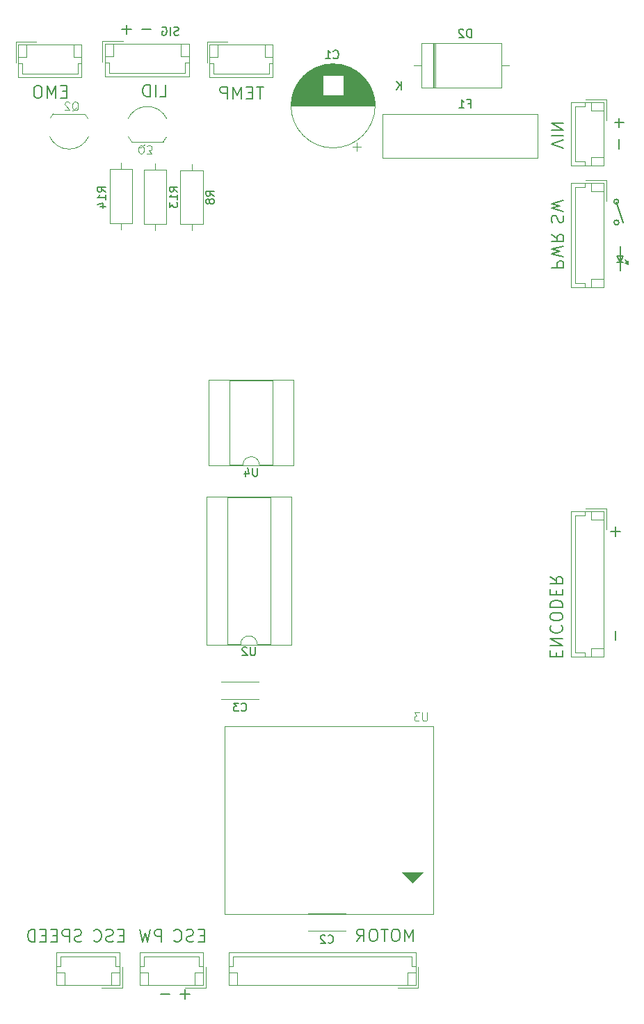
<source format=gbr>
%TF.GenerationSoftware,KiCad,Pcbnew,(7.0.0-0)*%
%TF.CreationDate,2023-07-19T10:46:03+09:00*%
%TF.ProjectId,Spct,53706374-2e6b-4696-9361-645f70636258,rev?*%
%TF.SameCoordinates,PX2540608PY1ee3f58*%
%TF.FileFunction,Legend,Bot*%
%TF.FilePolarity,Positive*%
%FSLAX46Y46*%
G04 Gerber Fmt 4.6, Leading zero omitted, Abs format (unit mm)*
G04 Created by KiCad (PCBNEW (7.0.0-0)) date 2023-07-19 10:46:03*
%MOMM*%
%LPD*%
G01*
G04 APERTURE LIST*
%ADD10C,0.150000*%
%ADD11C,0.200000*%
%ADD12C,0.100000*%
%ADD13C,0.120000*%
G04 APERTURE END LIST*
D10*
X85600000Y-29200000D02*
X86000000Y-30000000D01*
X87000000Y-30200000D02*
X87000000Y-29800000D01*
X86000000Y-28000000D02*
X86000000Y-31000000D01*
X87000000Y-30200000D02*
X86612693Y-30043709D01*
X85858521Y-25110608D02*
G75*
G03*
X85858521Y-25110608I-296839J0D01*
G01*
X85600000Y-30000000D02*
X86400000Y-30000000D01*
X86600000Y-29600000D02*
X87000000Y-30200000D01*
X86400000Y-29200000D02*
X85600000Y-29200000D01*
X85827941Y-22578411D02*
G75*
G03*
X85827941Y-22578411I-296839J0D01*
G01*
X85531102Y-22578411D02*
X86330896Y-25130948D01*
X86000000Y-30000000D02*
X86400000Y-29200000D01*
D11*
X32249523Y-2268761D02*
X32106666Y-2316380D01*
X32106666Y-2316380D02*
X31868571Y-2316380D01*
X31868571Y-2316380D02*
X31773333Y-2268761D01*
X31773333Y-2268761D02*
X31725714Y-2221142D01*
X31725714Y-2221142D02*
X31678095Y-2125904D01*
X31678095Y-2125904D02*
X31678095Y-2030666D01*
X31678095Y-2030666D02*
X31725714Y-1935428D01*
X31725714Y-1935428D02*
X31773333Y-1887809D01*
X31773333Y-1887809D02*
X31868571Y-1840190D01*
X31868571Y-1840190D02*
X32059047Y-1792571D01*
X32059047Y-1792571D02*
X32154285Y-1744952D01*
X32154285Y-1744952D02*
X32201904Y-1697333D01*
X32201904Y-1697333D02*
X32249523Y-1602095D01*
X32249523Y-1602095D02*
X32249523Y-1506857D01*
X32249523Y-1506857D02*
X32201904Y-1411619D01*
X32201904Y-1411619D02*
X32154285Y-1364000D01*
X32154285Y-1364000D02*
X32059047Y-1316380D01*
X32059047Y-1316380D02*
X31820952Y-1316380D01*
X31820952Y-1316380D02*
X31678095Y-1364000D01*
X31249523Y-2316380D02*
X31249523Y-1316380D01*
X30249524Y-1364000D02*
X30344762Y-1316380D01*
X30344762Y-1316380D02*
X30487619Y-1316380D01*
X30487619Y-1316380D02*
X30630476Y-1364000D01*
X30630476Y-1364000D02*
X30725714Y-1459238D01*
X30725714Y-1459238D02*
X30773333Y-1554476D01*
X30773333Y-1554476D02*
X30820952Y-1744952D01*
X30820952Y-1744952D02*
X30820952Y-1887809D01*
X30820952Y-1887809D02*
X30773333Y-2078285D01*
X30773333Y-2078285D02*
X30725714Y-2173523D01*
X30725714Y-2173523D02*
X30630476Y-2268761D01*
X30630476Y-2268761D02*
X30487619Y-2316380D01*
X30487619Y-2316380D02*
X30392381Y-2316380D01*
X30392381Y-2316380D02*
X30249524Y-2268761D01*
X30249524Y-2268761D02*
X30201905Y-2221142D01*
X30201905Y-2221142D02*
X30201905Y-1887809D01*
X30201905Y-1887809D02*
X30392381Y-1887809D01*
X60810257Y-112621371D02*
X60810257Y-111121371D01*
X60810257Y-111121371D02*
X60310257Y-112192800D01*
X60310257Y-112192800D02*
X59810257Y-111121371D01*
X59810257Y-111121371D02*
X59810257Y-112621371D01*
X58810256Y-111121371D02*
X58524542Y-111121371D01*
X58524542Y-111121371D02*
X58381685Y-111192800D01*
X58381685Y-111192800D02*
X58238828Y-111335657D01*
X58238828Y-111335657D02*
X58167399Y-111621371D01*
X58167399Y-111621371D02*
X58167399Y-112121371D01*
X58167399Y-112121371D02*
X58238828Y-112407085D01*
X58238828Y-112407085D02*
X58381685Y-112549942D01*
X58381685Y-112549942D02*
X58524542Y-112621371D01*
X58524542Y-112621371D02*
X58810256Y-112621371D01*
X58810256Y-112621371D02*
X58953114Y-112549942D01*
X58953114Y-112549942D02*
X59095971Y-112407085D01*
X59095971Y-112407085D02*
X59167399Y-112121371D01*
X59167399Y-112121371D02*
X59167399Y-111621371D01*
X59167399Y-111621371D02*
X59095971Y-111335657D01*
X59095971Y-111335657D02*
X58953114Y-111192800D01*
X58953114Y-111192800D02*
X58810256Y-111121371D01*
X57738827Y-111121371D02*
X56881685Y-111121371D01*
X57310256Y-112621371D02*
X57310256Y-111121371D01*
X56095970Y-111121371D02*
X55810256Y-111121371D01*
X55810256Y-111121371D02*
X55667399Y-111192800D01*
X55667399Y-111192800D02*
X55524542Y-111335657D01*
X55524542Y-111335657D02*
X55453113Y-111621371D01*
X55453113Y-111621371D02*
X55453113Y-112121371D01*
X55453113Y-112121371D02*
X55524542Y-112407085D01*
X55524542Y-112407085D02*
X55667399Y-112549942D01*
X55667399Y-112549942D02*
X55810256Y-112621371D01*
X55810256Y-112621371D02*
X56095970Y-112621371D01*
X56095970Y-112621371D02*
X56238828Y-112549942D01*
X56238828Y-112549942D02*
X56381685Y-112407085D01*
X56381685Y-112407085D02*
X56453113Y-112121371D01*
X56453113Y-112121371D02*
X56453113Y-111621371D01*
X56453113Y-111621371D02*
X56381685Y-111335657D01*
X56381685Y-111335657D02*
X56238828Y-111192800D01*
X56238828Y-111192800D02*
X56095970Y-111121371D01*
X53953113Y-112621371D02*
X54453113Y-111907085D01*
X54810256Y-112621371D02*
X54810256Y-111121371D01*
X54810256Y-111121371D02*
X54238827Y-111121371D01*
X54238827Y-111121371D02*
X54095970Y-111192800D01*
X54095970Y-111192800D02*
X54024541Y-111264228D01*
X54024541Y-111264228D02*
X53953113Y-111407085D01*
X53953113Y-111407085D02*
X53953113Y-111621371D01*
X53953113Y-111621371D02*
X54024541Y-111764228D01*
X54024541Y-111764228D02*
X54095970Y-111835657D01*
X54095970Y-111835657D02*
X54238827Y-111907085D01*
X54238827Y-111907085D02*
X54810256Y-111907085D01*
X30028542Y-119027257D02*
X31171400Y-119027257D01*
X85433257Y-75963857D02*
X85433257Y-74821000D01*
X35359457Y-111886457D02*
X34859457Y-111886457D01*
X34645171Y-112672171D02*
X35359457Y-112672171D01*
X35359457Y-112672171D02*
X35359457Y-111172171D01*
X35359457Y-111172171D02*
X34645171Y-111172171D01*
X34073742Y-112600742D02*
X33859457Y-112672171D01*
X33859457Y-112672171D02*
X33502314Y-112672171D01*
X33502314Y-112672171D02*
X33359457Y-112600742D01*
X33359457Y-112600742D02*
X33288028Y-112529314D01*
X33288028Y-112529314D02*
X33216599Y-112386457D01*
X33216599Y-112386457D02*
X33216599Y-112243600D01*
X33216599Y-112243600D02*
X33288028Y-112100742D01*
X33288028Y-112100742D02*
X33359457Y-112029314D01*
X33359457Y-112029314D02*
X33502314Y-111957885D01*
X33502314Y-111957885D02*
X33788028Y-111886457D01*
X33788028Y-111886457D02*
X33930885Y-111815028D01*
X33930885Y-111815028D02*
X34002314Y-111743600D01*
X34002314Y-111743600D02*
X34073742Y-111600742D01*
X34073742Y-111600742D02*
X34073742Y-111457885D01*
X34073742Y-111457885D02*
X34002314Y-111315028D01*
X34002314Y-111315028D02*
X33930885Y-111243600D01*
X33930885Y-111243600D02*
X33788028Y-111172171D01*
X33788028Y-111172171D02*
X33430885Y-111172171D01*
X33430885Y-111172171D02*
X33216599Y-111243600D01*
X31716600Y-112529314D02*
X31788028Y-112600742D01*
X31788028Y-112600742D02*
X32002314Y-112672171D01*
X32002314Y-112672171D02*
X32145171Y-112672171D01*
X32145171Y-112672171D02*
X32359457Y-112600742D01*
X32359457Y-112600742D02*
X32502314Y-112457885D01*
X32502314Y-112457885D02*
X32573743Y-112315028D01*
X32573743Y-112315028D02*
X32645171Y-112029314D01*
X32645171Y-112029314D02*
X32645171Y-111815028D01*
X32645171Y-111815028D02*
X32573743Y-111529314D01*
X32573743Y-111529314D02*
X32502314Y-111386457D01*
X32502314Y-111386457D02*
X32359457Y-111243600D01*
X32359457Y-111243600D02*
X32145171Y-111172171D01*
X32145171Y-111172171D02*
X32002314Y-111172171D01*
X32002314Y-111172171D02*
X31788028Y-111243600D01*
X31788028Y-111243600D02*
X31716600Y-111315028D01*
X30173743Y-112672171D02*
X30173743Y-111172171D01*
X30173743Y-111172171D02*
X29602314Y-111172171D01*
X29602314Y-111172171D02*
X29459457Y-111243600D01*
X29459457Y-111243600D02*
X29388028Y-111315028D01*
X29388028Y-111315028D02*
X29316600Y-111457885D01*
X29316600Y-111457885D02*
X29316600Y-111672171D01*
X29316600Y-111672171D02*
X29388028Y-111815028D01*
X29388028Y-111815028D02*
X29459457Y-111886457D01*
X29459457Y-111886457D02*
X29602314Y-111957885D01*
X29602314Y-111957885D02*
X30173743Y-111957885D01*
X28816600Y-111172171D02*
X28459457Y-112672171D01*
X28459457Y-112672171D02*
X28173743Y-111600742D01*
X28173743Y-111600742D02*
X27888028Y-112672171D01*
X27888028Y-112672171D02*
X27530886Y-111172171D01*
X85433257Y-63289257D02*
X85433257Y-62146400D01*
X84861828Y-62717828D02*
X86004685Y-62717828D01*
X28907857Y-1636142D02*
X27765000Y-1636142D01*
X85897857Y-16142857D02*
X85897857Y-15000000D01*
X29971571Y-9827571D02*
X30685857Y-9827571D01*
X30685857Y-9827571D02*
X30685857Y-8327571D01*
X29471571Y-9827571D02*
X29471571Y-8327571D01*
X28757285Y-9827571D02*
X28757285Y-8327571D01*
X28757285Y-8327571D02*
X28400142Y-8327571D01*
X28400142Y-8327571D02*
X28185856Y-8399000D01*
X28185856Y-8399000D02*
X28042999Y-8541857D01*
X28042999Y-8541857D02*
X27971570Y-8684714D01*
X27971570Y-8684714D02*
X27900142Y-8970428D01*
X27900142Y-8970428D02*
X27900142Y-9184714D01*
X27900142Y-9184714D02*
X27971570Y-9470428D01*
X27971570Y-9470428D02*
X28042999Y-9613285D01*
X28042999Y-9613285D02*
X28185856Y-9756142D01*
X28185856Y-9756142D02*
X28400142Y-9827571D01*
X28400142Y-9827571D02*
X28757285Y-9827571D01*
X18620857Y-9168857D02*
X18120857Y-9168857D01*
X17906571Y-9954571D02*
X18620857Y-9954571D01*
X18620857Y-9954571D02*
X18620857Y-8454571D01*
X18620857Y-8454571D02*
X17906571Y-8454571D01*
X17263714Y-9954571D02*
X17263714Y-8454571D01*
X17263714Y-8454571D02*
X16763714Y-9526000D01*
X16763714Y-9526000D02*
X16263714Y-8454571D01*
X16263714Y-8454571D02*
X16263714Y-9954571D01*
X15263713Y-8454571D02*
X14977999Y-8454571D01*
X14977999Y-8454571D02*
X14835142Y-8526000D01*
X14835142Y-8526000D02*
X14692285Y-8668857D01*
X14692285Y-8668857D02*
X14620856Y-8954571D01*
X14620856Y-8954571D02*
X14620856Y-9454571D01*
X14620856Y-9454571D02*
X14692285Y-9740285D01*
X14692285Y-9740285D02*
X14835142Y-9883142D01*
X14835142Y-9883142D02*
X14977999Y-9954571D01*
X14977999Y-9954571D02*
X15263713Y-9954571D01*
X15263713Y-9954571D02*
X15406571Y-9883142D01*
X15406571Y-9883142D02*
X15549428Y-9740285D01*
X15549428Y-9740285D02*
X15620856Y-9454571D01*
X15620856Y-9454571D02*
X15620856Y-8954571D01*
X15620856Y-8954571D02*
X15549428Y-8668857D01*
X15549428Y-8668857D02*
X15406571Y-8526000D01*
X15406571Y-8526000D02*
X15263713Y-8454571D01*
X77626428Y-30642857D02*
X79126428Y-30642857D01*
X79126428Y-30642857D02*
X79126428Y-30071428D01*
X79126428Y-30071428D02*
X79055000Y-29928571D01*
X79055000Y-29928571D02*
X78983571Y-29857142D01*
X78983571Y-29857142D02*
X78840714Y-29785714D01*
X78840714Y-29785714D02*
X78626428Y-29785714D01*
X78626428Y-29785714D02*
X78483571Y-29857142D01*
X78483571Y-29857142D02*
X78412142Y-29928571D01*
X78412142Y-29928571D02*
X78340714Y-30071428D01*
X78340714Y-30071428D02*
X78340714Y-30642857D01*
X79126428Y-29285714D02*
X77626428Y-28928571D01*
X77626428Y-28928571D02*
X78697857Y-28642857D01*
X78697857Y-28642857D02*
X77626428Y-28357142D01*
X77626428Y-28357142D02*
X79126428Y-28000000D01*
X77626428Y-26571428D02*
X78340714Y-27071428D01*
X77626428Y-27428571D02*
X79126428Y-27428571D01*
X79126428Y-27428571D02*
X79126428Y-26857142D01*
X79126428Y-26857142D02*
X79055000Y-26714285D01*
X79055000Y-26714285D02*
X78983571Y-26642856D01*
X78983571Y-26642856D02*
X78840714Y-26571428D01*
X78840714Y-26571428D02*
X78626428Y-26571428D01*
X78626428Y-26571428D02*
X78483571Y-26642856D01*
X78483571Y-26642856D02*
X78412142Y-26714285D01*
X78412142Y-26714285D02*
X78340714Y-26857142D01*
X78340714Y-26857142D02*
X78340714Y-27428571D01*
X77697857Y-25099999D02*
X77626428Y-24885714D01*
X77626428Y-24885714D02*
X77626428Y-24528571D01*
X77626428Y-24528571D02*
X77697857Y-24385714D01*
X77697857Y-24385714D02*
X77769285Y-24314285D01*
X77769285Y-24314285D02*
X77912142Y-24242856D01*
X77912142Y-24242856D02*
X78055000Y-24242856D01*
X78055000Y-24242856D02*
X78197857Y-24314285D01*
X78197857Y-24314285D02*
X78269285Y-24385714D01*
X78269285Y-24385714D02*
X78340714Y-24528571D01*
X78340714Y-24528571D02*
X78412142Y-24814285D01*
X78412142Y-24814285D02*
X78483571Y-24957142D01*
X78483571Y-24957142D02*
X78555000Y-25028571D01*
X78555000Y-25028571D02*
X78697857Y-25099999D01*
X78697857Y-25099999D02*
X78840714Y-25099999D01*
X78840714Y-25099999D02*
X78983571Y-25028571D01*
X78983571Y-25028571D02*
X79055000Y-24957142D01*
X79055000Y-24957142D02*
X79126428Y-24814285D01*
X79126428Y-24814285D02*
X79126428Y-24457142D01*
X79126428Y-24457142D02*
X79055000Y-24242856D01*
X79126428Y-23742857D02*
X77626428Y-23385714D01*
X77626428Y-23385714D02*
X78697857Y-23100000D01*
X78697857Y-23100000D02*
X77626428Y-22814285D01*
X77626428Y-22814285D02*
X79126428Y-22457143D01*
X26494857Y-1636142D02*
X25352000Y-1636142D01*
X25923428Y-2207571D02*
X25923428Y-1064714D01*
X42584142Y-8581571D02*
X41727000Y-8581571D01*
X42155571Y-10081571D02*
X42155571Y-8581571D01*
X41227000Y-9295857D02*
X40727000Y-9295857D01*
X40512714Y-10081571D02*
X41227000Y-10081571D01*
X41227000Y-10081571D02*
X41227000Y-8581571D01*
X41227000Y-8581571D02*
X40512714Y-8581571D01*
X39869857Y-10081571D02*
X39869857Y-8581571D01*
X39869857Y-8581571D02*
X39369857Y-9653000D01*
X39369857Y-9653000D02*
X38869857Y-8581571D01*
X38869857Y-8581571D02*
X38869857Y-10081571D01*
X38155571Y-10081571D02*
X38155571Y-8581571D01*
X38155571Y-8581571D02*
X37584142Y-8581571D01*
X37584142Y-8581571D02*
X37441285Y-8653000D01*
X37441285Y-8653000D02*
X37369856Y-8724428D01*
X37369856Y-8724428D02*
X37298428Y-8867285D01*
X37298428Y-8867285D02*
X37298428Y-9081571D01*
X37298428Y-9081571D02*
X37369856Y-9224428D01*
X37369856Y-9224428D02*
X37441285Y-9295857D01*
X37441285Y-9295857D02*
X37584142Y-9367285D01*
X37584142Y-9367285D02*
X38155571Y-9367285D01*
X32441542Y-119027257D02*
X33584400Y-119027257D01*
X33012971Y-118455828D02*
X33012971Y-119598685D01*
X78281542Y-77945057D02*
X78281542Y-77445057D01*
X77495828Y-77230771D02*
X77495828Y-77945057D01*
X77495828Y-77945057D02*
X78995828Y-77945057D01*
X78995828Y-77945057D02*
X78995828Y-77230771D01*
X77495828Y-76587914D02*
X78995828Y-76587914D01*
X78995828Y-76587914D02*
X77495828Y-75730771D01*
X77495828Y-75730771D02*
X78995828Y-75730771D01*
X77638685Y-74159342D02*
X77567257Y-74230770D01*
X77567257Y-74230770D02*
X77495828Y-74445056D01*
X77495828Y-74445056D02*
X77495828Y-74587913D01*
X77495828Y-74587913D02*
X77567257Y-74802199D01*
X77567257Y-74802199D02*
X77710114Y-74945056D01*
X77710114Y-74945056D02*
X77852971Y-75016485D01*
X77852971Y-75016485D02*
X78138685Y-75087913D01*
X78138685Y-75087913D02*
X78352971Y-75087913D01*
X78352971Y-75087913D02*
X78638685Y-75016485D01*
X78638685Y-75016485D02*
X78781542Y-74945056D01*
X78781542Y-74945056D02*
X78924400Y-74802199D01*
X78924400Y-74802199D02*
X78995828Y-74587913D01*
X78995828Y-74587913D02*
X78995828Y-74445056D01*
X78995828Y-74445056D02*
X78924400Y-74230770D01*
X78924400Y-74230770D02*
X78852971Y-74159342D01*
X78995828Y-73230770D02*
X78995828Y-72945056D01*
X78995828Y-72945056D02*
X78924400Y-72802199D01*
X78924400Y-72802199D02*
X78781542Y-72659342D01*
X78781542Y-72659342D02*
X78495828Y-72587913D01*
X78495828Y-72587913D02*
X77995828Y-72587913D01*
X77995828Y-72587913D02*
X77710114Y-72659342D01*
X77710114Y-72659342D02*
X77567257Y-72802199D01*
X77567257Y-72802199D02*
X77495828Y-72945056D01*
X77495828Y-72945056D02*
X77495828Y-73230770D01*
X77495828Y-73230770D02*
X77567257Y-73373628D01*
X77567257Y-73373628D02*
X77710114Y-73516485D01*
X77710114Y-73516485D02*
X77995828Y-73587913D01*
X77995828Y-73587913D02*
X78495828Y-73587913D01*
X78495828Y-73587913D02*
X78781542Y-73516485D01*
X78781542Y-73516485D02*
X78924400Y-73373628D01*
X78924400Y-73373628D02*
X78995828Y-73230770D01*
X77495828Y-71945056D02*
X78995828Y-71945056D01*
X78995828Y-71945056D02*
X78995828Y-71587913D01*
X78995828Y-71587913D02*
X78924400Y-71373627D01*
X78924400Y-71373627D02*
X78781542Y-71230770D01*
X78781542Y-71230770D02*
X78638685Y-71159341D01*
X78638685Y-71159341D02*
X78352971Y-71087913D01*
X78352971Y-71087913D02*
X78138685Y-71087913D01*
X78138685Y-71087913D02*
X77852971Y-71159341D01*
X77852971Y-71159341D02*
X77710114Y-71230770D01*
X77710114Y-71230770D02*
X77567257Y-71373627D01*
X77567257Y-71373627D02*
X77495828Y-71587913D01*
X77495828Y-71587913D02*
X77495828Y-71945056D01*
X78281542Y-70445056D02*
X78281542Y-69945056D01*
X77495828Y-69730770D02*
X77495828Y-70445056D01*
X77495828Y-70445056D02*
X78995828Y-70445056D01*
X78995828Y-70445056D02*
X78995828Y-69730770D01*
X77495828Y-68230770D02*
X78210114Y-68730770D01*
X77495828Y-69087913D02*
X78995828Y-69087913D01*
X78995828Y-69087913D02*
X78995828Y-68516484D01*
X78995828Y-68516484D02*
X78924400Y-68373627D01*
X78924400Y-68373627D02*
X78852971Y-68302198D01*
X78852971Y-68302198D02*
X78710114Y-68230770D01*
X78710114Y-68230770D02*
X78495828Y-68230770D01*
X78495828Y-68230770D02*
X78352971Y-68302198D01*
X78352971Y-68302198D02*
X78281542Y-68373627D01*
X78281542Y-68373627D02*
X78210114Y-68516484D01*
X78210114Y-68516484D02*
X78210114Y-69087913D01*
X79126428Y-16057142D02*
X77626428Y-15557142D01*
X77626428Y-15557142D02*
X79126428Y-15057142D01*
X77626428Y-14557143D02*
X79126428Y-14557143D01*
X77626428Y-13842857D02*
X79126428Y-13842857D01*
X79126428Y-13842857D02*
X77626428Y-12985714D01*
X77626428Y-12985714D02*
X79126428Y-12985714D01*
X85897857Y-13542857D02*
X85897857Y-12400000D01*
X85326428Y-12971428D02*
X86469285Y-12971428D01*
X25555057Y-111886457D02*
X25055057Y-111886457D01*
X24840771Y-112672171D02*
X25555057Y-112672171D01*
X25555057Y-112672171D02*
X25555057Y-111172171D01*
X25555057Y-111172171D02*
X24840771Y-111172171D01*
X24269342Y-112600742D02*
X24055057Y-112672171D01*
X24055057Y-112672171D02*
X23697914Y-112672171D01*
X23697914Y-112672171D02*
X23555057Y-112600742D01*
X23555057Y-112600742D02*
X23483628Y-112529314D01*
X23483628Y-112529314D02*
X23412199Y-112386457D01*
X23412199Y-112386457D02*
X23412199Y-112243600D01*
X23412199Y-112243600D02*
X23483628Y-112100742D01*
X23483628Y-112100742D02*
X23555057Y-112029314D01*
X23555057Y-112029314D02*
X23697914Y-111957885D01*
X23697914Y-111957885D02*
X23983628Y-111886457D01*
X23983628Y-111886457D02*
X24126485Y-111815028D01*
X24126485Y-111815028D02*
X24197914Y-111743600D01*
X24197914Y-111743600D02*
X24269342Y-111600742D01*
X24269342Y-111600742D02*
X24269342Y-111457885D01*
X24269342Y-111457885D02*
X24197914Y-111315028D01*
X24197914Y-111315028D02*
X24126485Y-111243600D01*
X24126485Y-111243600D02*
X23983628Y-111172171D01*
X23983628Y-111172171D02*
X23626485Y-111172171D01*
X23626485Y-111172171D02*
X23412199Y-111243600D01*
X21912200Y-112529314D02*
X21983628Y-112600742D01*
X21983628Y-112600742D02*
X22197914Y-112672171D01*
X22197914Y-112672171D02*
X22340771Y-112672171D01*
X22340771Y-112672171D02*
X22555057Y-112600742D01*
X22555057Y-112600742D02*
X22697914Y-112457885D01*
X22697914Y-112457885D02*
X22769343Y-112315028D01*
X22769343Y-112315028D02*
X22840771Y-112029314D01*
X22840771Y-112029314D02*
X22840771Y-111815028D01*
X22840771Y-111815028D02*
X22769343Y-111529314D01*
X22769343Y-111529314D02*
X22697914Y-111386457D01*
X22697914Y-111386457D02*
X22555057Y-111243600D01*
X22555057Y-111243600D02*
X22340771Y-111172171D01*
X22340771Y-111172171D02*
X22197914Y-111172171D01*
X22197914Y-111172171D02*
X21983628Y-111243600D01*
X21983628Y-111243600D02*
X21912200Y-111315028D01*
X20440771Y-112600742D02*
X20226486Y-112672171D01*
X20226486Y-112672171D02*
X19869343Y-112672171D01*
X19869343Y-112672171D02*
X19726486Y-112600742D01*
X19726486Y-112600742D02*
X19655057Y-112529314D01*
X19655057Y-112529314D02*
X19583628Y-112386457D01*
X19583628Y-112386457D02*
X19583628Y-112243600D01*
X19583628Y-112243600D02*
X19655057Y-112100742D01*
X19655057Y-112100742D02*
X19726486Y-112029314D01*
X19726486Y-112029314D02*
X19869343Y-111957885D01*
X19869343Y-111957885D02*
X20155057Y-111886457D01*
X20155057Y-111886457D02*
X20297914Y-111815028D01*
X20297914Y-111815028D02*
X20369343Y-111743600D01*
X20369343Y-111743600D02*
X20440771Y-111600742D01*
X20440771Y-111600742D02*
X20440771Y-111457885D01*
X20440771Y-111457885D02*
X20369343Y-111315028D01*
X20369343Y-111315028D02*
X20297914Y-111243600D01*
X20297914Y-111243600D02*
X20155057Y-111172171D01*
X20155057Y-111172171D02*
X19797914Y-111172171D01*
X19797914Y-111172171D02*
X19583628Y-111243600D01*
X18940772Y-112672171D02*
X18940772Y-111172171D01*
X18940772Y-111172171D02*
X18369343Y-111172171D01*
X18369343Y-111172171D02*
X18226486Y-111243600D01*
X18226486Y-111243600D02*
X18155057Y-111315028D01*
X18155057Y-111315028D02*
X18083629Y-111457885D01*
X18083629Y-111457885D02*
X18083629Y-111672171D01*
X18083629Y-111672171D02*
X18155057Y-111815028D01*
X18155057Y-111815028D02*
X18226486Y-111886457D01*
X18226486Y-111886457D02*
X18369343Y-111957885D01*
X18369343Y-111957885D02*
X18940772Y-111957885D01*
X17440772Y-111886457D02*
X16940772Y-111886457D01*
X16726486Y-112672171D02*
X17440772Y-112672171D01*
X17440772Y-112672171D02*
X17440772Y-111172171D01*
X17440772Y-111172171D02*
X16726486Y-111172171D01*
X16083629Y-111886457D02*
X15583629Y-111886457D01*
X15369343Y-112672171D02*
X16083629Y-112672171D01*
X16083629Y-112672171D02*
X16083629Y-111172171D01*
X16083629Y-111172171D02*
X15369343Y-111172171D01*
X14726486Y-112672171D02*
X14726486Y-111172171D01*
X14726486Y-111172171D02*
X14369343Y-111172171D01*
X14369343Y-111172171D02*
X14155057Y-111243600D01*
X14155057Y-111243600D02*
X14012200Y-111386457D01*
X14012200Y-111386457D02*
X13940771Y-111529314D01*
X13940771Y-111529314D02*
X13869343Y-111815028D01*
X13869343Y-111815028D02*
X13869343Y-112029314D01*
X13869343Y-112029314D02*
X13940771Y-112315028D01*
X13940771Y-112315028D02*
X14012200Y-112457885D01*
X14012200Y-112457885D02*
X14155057Y-112600742D01*
X14155057Y-112600742D02*
X14369343Y-112672171D01*
X14369343Y-112672171D02*
X14726486Y-112672171D01*
D12*
%TO.C,U3*%
X62500904Y-84776380D02*
X62500904Y-85585904D01*
X62500904Y-85585904D02*
X62453285Y-85681142D01*
X62453285Y-85681142D02*
X62405666Y-85728761D01*
X62405666Y-85728761D02*
X62310428Y-85776380D01*
X62310428Y-85776380D02*
X62119952Y-85776380D01*
X62119952Y-85776380D02*
X62024714Y-85728761D01*
X62024714Y-85728761D02*
X61977095Y-85681142D01*
X61977095Y-85681142D02*
X61929476Y-85585904D01*
X61929476Y-85585904D02*
X61929476Y-84776380D01*
X61548523Y-84776380D02*
X60929476Y-84776380D01*
X60929476Y-84776380D02*
X61262809Y-85157333D01*
X61262809Y-85157333D02*
X61119952Y-85157333D01*
X61119952Y-85157333D02*
X61024714Y-85204952D01*
X61024714Y-85204952D02*
X60977095Y-85252571D01*
X60977095Y-85252571D02*
X60929476Y-85347809D01*
X60929476Y-85347809D02*
X60929476Y-85585904D01*
X60929476Y-85585904D02*
X60977095Y-85681142D01*
X60977095Y-85681142D02*
X61024714Y-85728761D01*
X61024714Y-85728761D02*
X61119952Y-85776380D01*
X61119952Y-85776380D02*
X61405666Y-85776380D01*
X61405666Y-85776380D02*
X61500904Y-85728761D01*
X61500904Y-85728761D02*
X61548523Y-85681142D01*
D10*
%TO.C,R13*%
X32126380Y-21366142D02*
X31650190Y-21032809D01*
X32126380Y-20794714D02*
X31126380Y-20794714D01*
X31126380Y-20794714D02*
X31126380Y-21175666D01*
X31126380Y-21175666D02*
X31174000Y-21270904D01*
X31174000Y-21270904D02*
X31221619Y-21318523D01*
X31221619Y-21318523D02*
X31316857Y-21366142D01*
X31316857Y-21366142D02*
X31459714Y-21366142D01*
X31459714Y-21366142D02*
X31554952Y-21318523D01*
X31554952Y-21318523D02*
X31602571Y-21270904D01*
X31602571Y-21270904D02*
X31650190Y-21175666D01*
X31650190Y-21175666D02*
X31650190Y-20794714D01*
X32126380Y-22318523D02*
X32126380Y-21747095D01*
X32126380Y-22032809D02*
X31126380Y-22032809D01*
X31126380Y-22032809D02*
X31269238Y-21937571D01*
X31269238Y-21937571D02*
X31364476Y-21842333D01*
X31364476Y-21842333D02*
X31412095Y-21747095D01*
X31126380Y-22651857D02*
X31126380Y-23270904D01*
X31126380Y-23270904D02*
X31507333Y-22937571D01*
X31507333Y-22937571D02*
X31507333Y-23080428D01*
X31507333Y-23080428D02*
X31554952Y-23175666D01*
X31554952Y-23175666D02*
X31602571Y-23223285D01*
X31602571Y-23223285D02*
X31697809Y-23270904D01*
X31697809Y-23270904D02*
X31935904Y-23270904D01*
X31935904Y-23270904D02*
X32031142Y-23223285D01*
X32031142Y-23223285D02*
X32078761Y-23175666D01*
X32078761Y-23175666D02*
X32126380Y-23080428D01*
X32126380Y-23080428D02*
X32126380Y-22794714D01*
X32126380Y-22794714D02*
X32078761Y-22699476D01*
X32078761Y-22699476D02*
X32031142Y-22651857D01*
%TO.C,F1*%
X67472333Y-10652571D02*
X67805666Y-10652571D01*
X67805666Y-11176380D02*
X67805666Y-10176380D01*
X67805666Y-10176380D02*
X67329476Y-10176380D01*
X66424714Y-11176380D02*
X66996142Y-11176380D01*
X66710428Y-11176380D02*
X66710428Y-10176380D01*
X66710428Y-10176380D02*
X66805666Y-10319238D01*
X66805666Y-10319238D02*
X66900904Y-10414476D01*
X66900904Y-10414476D02*
X66996142Y-10462095D01*
%TO.C,D2*%
X67877094Y-2576380D02*
X67877094Y-1576380D01*
X67877094Y-1576380D02*
X67638999Y-1576380D01*
X67638999Y-1576380D02*
X67496142Y-1624000D01*
X67496142Y-1624000D02*
X67400904Y-1719238D01*
X67400904Y-1719238D02*
X67353285Y-1814476D01*
X67353285Y-1814476D02*
X67305666Y-2004952D01*
X67305666Y-2004952D02*
X67305666Y-2147809D01*
X67305666Y-2147809D02*
X67353285Y-2338285D01*
X67353285Y-2338285D02*
X67400904Y-2433523D01*
X67400904Y-2433523D02*
X67496142Y-2528761D01*
X67496142Y-2528761D02*
X67638999Y-2576380D01*
X67638999Y-2576380D02*
X67877094Y-2576380D01*
X66924713Y-1671619D02*
X66877094Y-1624000D01*
X66877094Y-1624000D02*
X66781856Y-1576380D01*
X66781856Y-1576380D02*
X66543761Y-1576380D01*
X66543761Y-1576380D02*
X66448523Y-1624000D01*
X66448523Y-1624000D02*
X66400904Y-1671619D01*
X66400904Y-1671619D02*
X66353285Y-1766857D01*
X66353285Y-1766857D02*
X66353285Y-1862095D01*
X66353285Y-1862095D02*
X66400904Y-2004952D01*
X66400904Y-2004952D02*
X66972332Y-2576380D01*
X66972332Y-2576380D02*
X66353285Y-2576380D01*
X59341904Y-8967380D02*
X59341904Y-7967380D01*
X58770476Y-8967380D02*
X59199047Y-8395952D01*
X58770476Y-7967380D02*
X59341904Y-8538809D01*
%TO.C,R14*%
X23381380Y-21391142D02*
X22905190Y-21057809D01*
X23381380Y-20819714D02*
X22381380Y-20819714D01*
X22381380Y-20819714D02*
X22381380Y-21200666D01*
X22381380Y-21200666D02*
X22429000Y-21295904D01*
X22429000Y-21295904D02*
X22476619Y-21343523D01*
X22476619Y-21343523D02*
X22571857Y-21391142D01*
X22571857Y-21391142D02*
X22714714Y-21391142D01*
X22714714Y-21391142D02*
X22809952Y-21343523D01*
X22809952Y-21343523D02*
X22857571Y-21295904D01*
X22857571Y-21295904D02*
X22905190Y-21200666D01*
X22905190Y-21200666D02*
X22905190Y-20819714D01*
X23381380Y-22343523D02*
X23381380Y-21772095D01*
X23381380Y-22057809D02*
X22381380Y-22057809D01*
X22381380Y-22057809D02*
X22524238Y-21962571D01*
X22524238Y-21962571D02*
X22619476Y-21867333D01*
X22619476Y-21867333D02*
X22667095Y-21772095D01*
X22714714Y-23200666D02*
X23381380Y-23200666D01*
X22333761Y-22962571D02*
X23048047Y-22724476D01*
X23048047Y-22724476D02*
X23048047Y-23343523D01*
%TO.C,R8*%
X36576380Y-21892333D02*
X36100190Y-21559000D01*
X36576380Y-21320905D02*
X35576380Y-21320905D01*
X35576380Y-21320905D02*
X35576380Y-21701857D01*
X35576380Y-21701857D02*
X35624000Y-21797095D01*
X35624000Y-21797095D02*
X35671619Y-21844714D01*
X35671619Y-21844714D02*
X35766857Y-21892333D01*
X35766857Y-21892333D02*
X35909714Y-21892333D01*
X35909714Y-21892333D02*
X36004952Y-21844714D01*
X36004952Y-21844714D02*
X36052571Y-21797095D01*
X36052571Y-21797095D02*
X36100190Y-21701857D01*
X36100190Y-21701857D02*
X36100190Y-21320905D01*
X36004952Y-22463762D02*
X35957333Y-22368524D01*
X35957333Y-22368524D02*
X35909714Y-22320905D01*
X35909714Y-22320905D02*
X35814476Y-22273286D01*
X35814476Y-22273286D02*
X35766857Y-22273286D01*
X35766857Y-22273286D02*
X35671619Y-22320905D01*
X35671619Y-22320905D02*
X35624000Y-22368524D01*
X35624000Y-22368524D02*
X35576380Y-22463762D01*
X35576380Y-22463762D02*
X35576380Y-22654238D01*
X35576380Y-22654238D02*
X35624000Y-22749476D01*
X35624000Y-22749476D02*
X35671619Y-22797095D01*
X35671619Y-22797095D02*
X35766857Y-22844714D01*
X35766857Y-22844714D02*
X35814476Y-22844714D01*
X35814476Y-22844714D02*
X35909714Y-22797095D01*
X35909714Y-22797095D02*
X35957333Y-22749476D01*
X35957333Y-22749476D02*
X36004952Y-22654238D01*
X36004952Y-22654238D02*
X36004952Y-22463762D01*
X36004952Y-22463762D02*
X36052571Y-22368524D01*
X36052571Y-22368524D02*
X36100190Y-22320905D01*
X36100190Y-22320905D02*
X36195428Y-22273286D01*
X36195428Y-22273286D02*
X36385904Y-22273286D01*
X36385904Y-22273286D02*
X36481142Y-22320905D01*
X36481142Y-22320905D02*
X36528761Y-22368524D01*
X36528761Y-22368524D02*
X36576380Y-22463762D01*
X36576380Y-22463762D02*
X36576380Y-22654238D01*
X36576380Y-22654238D02*
X36528761Y-22749476D01*
X36528761Y-22749476D02*
X36481142Y-22797095D01*
X36481142Y-22797095D02*
X36385904Y-22844714D01*
X36385904Y-22844714D02*
X36195428Y-22844714D01*
X36195428Y-22844714D02*
X36100190Y-22797095D01*
X36100190Y-22797095D02*
X36052571Y-22749476D01*
X36052571Y-22749476D02*
X36004952Y-22654238D01*
%TO.C,U4*%
X41847904Y-54995980D02*
X41847904Y-55805504D01*
X41847904Y-55805504D02*
X41800285Y-55900742D01*
X41800285Y-55900742D02*
X41752666Y-55948361D01*
X41752666Y-55948361D02*
X41657428Y-55995980D01*
X41657428Y-55995980D02*
X41466952Y-55995980D01*
X41466952Y-55995980D02*
X41371714Y-55948361D01*
X41371714Y-55948361D02*
X41324095Y-55900742D01*
X41324095Y-55900742D02*
X41276476Y-55805504D01*
X41276476Y-55805504D02*
X41276476Y-54995980D01*
X40371714Y-55329314D02*
X40371714Y-55995980D01*
X40609809Y-54948361D02*
X40847904Y-55662647D01*
X40847904Y-55662647D02*
X40228857Y-55662647D01*
D12*
%TO.C,Q3*%
X28082761Y-15646380D02*
X27987523Y-15694000D01*
X27987523Y-15694000D02*
X27892285Y-15789238D01*
X27892285Y-15789238D02*
X27749428Y-15932095D01*
X27749428Y-15932095D02*
X27654190Y-15979714D01*
X27654190Y-15979714D02*
X27558952Y-15979714D01*
X27606571Y-15741619D02*
X27511333Y-15789238D01*
X27511333Y-15789238D02*
X27416095Y-15884476D01*
X27416095Y-15884476D02*
X27368476Y-16074952D01*
X27368476Y-16074952D02*
X27368476Y-16408285D01*
X27368476Y-16408285D02*
X27416095Y-16598761D01*
X27416095Y-16598761D02*
X27511333Y-16694000D01*
X27511333Y-16694000D02*
X27606571Y-16741619D01*
X27606571Y-16741619D02*
X27797047Y-16741619D01*
X27797047Y-16741619D02*
X27892285Y-16694000D01*
X27892285Y-16694000D02*
X27987523Y-16598761D01*
X27987523Y-16598761D02*
X28035142Y-16408285D01*
X28035142Y-16408285D02*
X28035142Y-16074952D01*
X28035142Y-16074952D02*
X27987523Y-15884476D01*
X27987523Y-15884476D02*
X27892285Y-15789238D01*
X27892285Y-15789238D02*
X27797047Y-15741619D01*
X27797047Y-15741619D02*
X27606571Y-15741619D01*
X28368476Y-16741619D02*
X28987523Y-16741619D01*
X28987523Y-16741619D02*
X28654190Y-16360666D01*
X28654190Y-16360666D02*
X28797047Y-16360666D01*
X28797047Y-16360666D02*
X28892285Y-16313047D01*
X28892285Y-16313047D02*
X28939904Y-16265428D01*
X28939904Y-16265428D02*
X28987523Y-16170190D01*
X28987523Y-16170190D02*
X28987523Y-15932095D01*
X28987523Y-15932095D02*
X28939904Y-15836857D01*
X28939904Y-15836857D02*
X28892285Y-15789238D01*
X28892285Y-15789238D02*
X28797047Y-15741619D01*
X28797047Y-15741619D02*
X28511333Y-15741619D01*
X28511333Y-15741619D02*
X28416095Y-15789238D01*
X28416095Y-15789238D02*
X28368476Y-15836857D01*
D10*
%TO.C,C1*%
X51105666Y-5081142D02*
X51153285Y-5128761D01*
X51153285Y-5128761D02*
X51296142Y-5176380D01*
X51296142Y-5176380D02*
X51391380Y-5176380D01*
X51391380Y-5176380D02*
X51534237Y-5128761D01*
X51534237Y-5128761D02*
X51629475Y-5033523D01*
X51629475Y-5033523D02*
X51677094Y-4938285D01*
X51677094Y-4938285D02*
X51724713Y-4747809D01*
X51724713Y-4747809D02*
X51724713Y-4604952D01*
X51724713Y-4604952D02*
X51677094Y-4414476D01*
X51677094Y-4414476D02*
X51629475Y-4319238D01*
X51629475Y-4319238D02*
X51534237Y-4224000D01*
X51534237Y-4224000D02*
X51391380Y-4176380D01*
X51391380Y-4176380D02*
X51296142Y-4176380D01*
X51296142Y-4176380D02*
X51153285Y-4224000D01*
X51153285Y-4224000D02*
X51105666Y-4271619D01*
X50153285Y-5176380D02*
X50724713Y-5176380D01*
X50438999Y-5176380D02*
X50438999Y-4176380D01*
X50438999Y-4176380D02*
X50534237Y-4319238D01*
X50534237Y-4319238D02*
X50629475Y-4414476D01*
X50629475Y-4414476D02*
X50724713Y-4462095D01*
%TO.C,C3*%
X39897666Y-84514142D02*
X39945285Y-84561761D01*
X39945285Y-84561761D02*
X40088142Y-84609380D01*
X40088142Y-84609380D02*
X40183380Y-84609380D01*
X40183380Y-84609380D02*
X40326237Y-84561761D01*
X40326237Y-84561761D02*
X40421475Y-84466523D01*
X40421475Y-84466523D02*
X40469094Y-84371285D01*
X40469094Y-84371285D02*
X40516713Y-84180809D01*
X40516713Y-84180809D02*
X40516713Y-84037952D01*
X40516713Y-84037952D02*
X40469094Y-83847476D01*
X40469094Y-83847476D02*
X40421475Y-83752238D01*
X40421475Y-83752238D02*
X40326237Y-83657000D01*
X40326237Y-83657000D02*
X40183380Y-83609380D01*
X40183380Y-83609380D02*
X40088142Y-83609380D01*
X40088142Y-83609380D02*
X39945285Y-83657000D01*
X39945285Y-83657000D02*
X39897666Y-83704619D01*
X39564332Y-83609380D02*
X38945285Y-83609380D01*
X38945285Y-83609380D02*
X39278618Y-83990333D01*
X39278618Y-83990333D02*
X39135761Y-83990333D01*
X39135761Y-83990333D02*
X39040523Y-84037952D01*
X39040523Y-84037952D02*
X38992904Y-84085571D01*
X38992904Y-84085571D02*
X38945285Y-84180809D01*
X38945285Y-84180809D02*
X38945285Y-84418904D01*
X38945285Y-84418904D02*
X38992904Y-84514142D01*
X38992904Y-84514142D02*
X39040523Y-84561761D01*
X39040523Y-84561761D02*
X39135761Y-84609380D01*
X39135761Y-84609380D02*
X39421475Y-84609380D01*
X39421475Y-84609380D02*
X39516713Y-84561761D01*
X39516713Y-84561761D02*
X39564332Y-84514142D01*
%TO.C,C2*%
X50455666Y-112731142D02*
X50503285Y-112778761D01*
X50503285Y-112778761D02*
X50646142Y-112826380D01*
X50646142Y-112826380D02*
X50741380Y-112826380D01*
X50741380Y-112826380D02*
X50884237Y-112778761D01*
X50884237Y-112778761D02*
X50979475Y-112683523D01*
X50979475Y-112683523D02*
X51027094Y-112588285D01*
X51027094Y-112588285D02*
X51074713Y-112397809D01*
X51074713Y-112397809D02*
X51074713Y-112254952D01*
X51074713Y-112254952D02*
X51027094Y-112064476D01*
X51027094Y-112064476D02*
X50979475Y-111969238D01*
X50979475Y-111969238D02*
X50884237Y-111874000D01*
X50884237Y-111874000D02*
X50741380Y-111826380D01*
X50741380Y-111826380D02*
X50646142Y-111826380D01*
X50646142Y-111826380D02*
X50503285Y-111874000D01*
X50503285Y-111874000D02*
X50455666Y-111921619D01*
X50074713Y-111921619D02*
X50027094Y-111874000D01*
X50027094Y-111874000D02*
X49931856Y-111826380D01*
X49931856Y-111826380D02*
X49693761Y-111826380D01*
X49693761Y-111826380D02*
X49598523Y-111874000D01*
X49598523Y-111874000D02*
X49550904Y-111921619D01*
X49550904Y-111921619D02*
X49503285Y-112016857D01*
X49503285Y-112016857D02*
X49503285Y-112112095D01*
X49503285Y-112112095D02*
X49550904Y-112254952D01*
X49550904Y-112254952D02*
X50122332Y-112826380D01*
X50122332Y-112826380D02*
X49503285Y-112826380D01*
D12*
%TO.C,Q2*%
X19288238Y-11531619D02*
X19383476Y-11484000D01*
X19383476Y-11484000D02*
X19478714Y-11388761D01*
X19478714Y-11388761D02*
X19621571Y-11245904D01*
X19621571Y-11245904D02*
X19716809Y-11198285D01*
X19716809Y-11198285D02*
X19812047Y-11198285D01*
X19764428Y-11436380D02*
X19859666Y-11388761D01*
X19859666Y-11388761D02*
X19954904Y-11293523D01*
X19954904Y-11293523D02*
X20002523Y-11103047D01*
X20002523Y-11103047D02*
X20002523Y-10769714D01*
X20002523Y-10769714D02*
X19954904Y-10579238D01*
X19954904Y-10579238D02*
X19859666Y-10484000D01*
X19859666Y-10484000D02*
X19764428Y-10436380D01*
X19764428Y-10436380D02*
X19573952Y-10436380D01*
X19573952Y-10436380D02*
X19478714Y-10484000D01*
X19478714Y-10484000D02*
X19383476Y-10579238D01*
X19383476Y-10579238D02*
X19335857Y-10769714D01*
X19335857Y-10769714D02*
X19335857Y-11103047D01*
X19335857Y-11103047D02*
X19383476Y-11293523D01*
X19383476Y-11293523D02*
X19478714Y-11388761D01*
X19478714Y-11388761D02*
X19573952Y-11436380D01*
X19573952Y-11436380D02*
X19764428Y-11436380D01*
X18954904Y-10531619D02*
X18907285Y-10484000D01*
X18907285Y-10484000D02*
X18812047Y-10436380D01*
X18812047Y-10436380D02*
X18573952Y-10436380D01*
X18573952Y-10436380D02*
X18478714Y-10484000D01*
X18478714Y-10484000D02*
X18431095Y-10531619D01*
X18431095Y-10531619D02*
X18383476Y-10626857D01*
X18383476Y-10626857D02*
X18383476Y-10722095D01*
X18383476Y-10722095D02*
X18431095Y-10864952D01*
X18431095Y-10864952D02*
X19002523Y-11436380D01*
X19002523Y-11436380D02*
X18383476Y-11436380D01*
D10*
%TO.C,U2*%
X41572704Y-76804180D02*
X41572704Y-77613704D01*
X41572704Y-77613704D02*
X41525085Y-77708942D01*
X41525085Y-77708942D02*
X41477466Y-77756561D01*
X41477466Y-77756561D02*
X41382228Y-77804180D01*
X41382228Y-77804180D02*
X41191752Y-77804180D01*
X41191752Y-77804180D02*
X41096514Y-77756561D01*
X41096514Y-77756561D02*
X41048895Y-77708942D01*
X41048895Y-77708942D02*
X41001276Y-77613704D01*
X41001276Y-77613704D02*
X41001276Y-76804180D01*
X40572704Y-76899419D02*
X40525085Y-76851800D01*
X40525085Y-76851800D02*
X40429847Y-76804180D01*
X40429847Y-76804180D02*
X40191752Y-76804180D01*
X40191752Y-76804180D02*
X40096514Y-76851800D01*
X40096514Y-76851800D02*
X40048895Y-76899419D01*
X40048895Y-76899419D02*
X40001276Y-76994657D01*
X40001276Y-76994657D02*
X40001276Y-77089895D01*
X40001276Y-77089895D02*
X40048895Y-77232752D01*
X40048895Y-77232752D02*
X40620323Y-77804180D01*
X40620323Y-77804180D02*
X40001276Y-77804180D01*
D12*
%TO.C,U3*%
X63230000Y-109320000D02*
X37830000Y-109320000D01*
X37830000Y-109320000D02*
X37830000Y-86460000D01*
X37830000Y-86460000D02*
X63230000Y-86460000D01*
X63230000Y-86460000D02*
X63230000Y-109320000D01*
G36*
X60690000Y-105510000D02*
G01*
X59420000Y-104240000D01*
X61960000Y-104240000D01*
X60690000Y-105510000D01*
G37*
X60690000Y-105510000D02*
X59420000Y-104240000D01*
X61960000Y-104240000D01*
X60690000Y-105510000D01*
D13*
%TO.C,J5*%
X84310000Y-19990000D02*
X84310000Y-22490000D01*
X81810000Y-19990000D02*
X84310000Y-19990000D01*
X84010000Y-20290000D02*
X84010000Y-33010000D01*
X82510000Y-20290000D02*
X82510000Y-21290000D01*
X81700000Y-20290000D02*
X81700000Y-20790000D01*
X79990000Y-20290000D02*
X84010000Y-20290000D01*
X81700000Y-20790000D02*
X80490000Y-20790000D01*
X80490000Y-20790000D02*
X80490000Y-32510000D01*
X82510000Y-21290000D02*
X84010000Y-21290000D01*
X82510000Y-32010000D02*
X84010000Y-32010000D01*
X81700000Y-32510000D02*
X81700000Y-33010000D01*
X80490000Y-32510000D02*
X81700000Y-32510000D01*
X84010000Y-33010000D02*
X79990000Y-33010000D01*
X82510000Y-33010000D02*
X82510000Y-32010000D01*
X79990000Y-33010000D02*
X79990000Y-20290000D01*
%TO.C,J1*%
X84310000Y-10171000D02*
X84310000Y-12671000D01*
X81810000Y-10171000D02*
X84310000Y-10171000D01*
X84010000Y-10471000D02*
X84010000Y-18191000D01*
X82510000Y-10471000D02*
X82510000Y-11471000D01*
X81700000Y-10471000D02*
X81700000Y-10971000D01*
X79990000Y-10471000D02*
X84010000Y-10471000D01*
X81700000Y-10971000D02*
X80490000Y-10971000D01*
X80490000Y-10971000D02*
X80490000Y-17691000D01*
X82510000Y-11471000D02*
X84010000Y-11471000D01*
X82510000Y-17191000D02*
X84010000Y-17191000D01*
X81700000Y-17691000D02*
X81700000Y-18191000D01*
X80490000Y-17691000D02*
X81700000Y-17691000D01*
X84010000Y-18191000D02*
X79990000Y-18191000D01*
X82510000Y-18191000D02*
X82510000Y-17191000D01*
X79990000Y-18191000D02*
X79990000Y-10471000D01*
%TO.C,J3*%
X61401000Y-118234000D02*
X58901000Y-118234000D01*
X61401000Y-115734000D02*
X61401000Y-118234000D01*
X61101000Y-117934000D02*
X38381000Y-117934000D01*
X61101000Y-116434000D02*
X60101000Y-116434000D01*
X61101000Y-115624000D02*
X60601000Y-115624000D01*
X61101000Y-113914000D02*
X61101000Y-117934000D01*
X60601000Y-115624000D02*
X60601000Y-114414000D01*
X60601000Y-114414000D02*
X38881000Y-114414000D01*
X60101000Y-116434000D02*
X60101000Y-117934000D01*
X39381000Y-116434000D02*
X39381000Y-117934000D01*
X38881000Y-115624000D02*
X38381000Y-115624000D01*
X38881000Y-114414000D02*
X38881000Y-115624000D01*
X38381000Y-117934000D02*
X38381000Y-113914000D01*
X38381000Y-116434000D02*
X39381000Y-116434000D01*
X38381000Y-113914000D02*
X61101000Y-113914000D01*
%TO.C,R13*%
X29389000Y-26049000D02*
X29389000Y-25279000D01*
X28019000Y-25279000D02*
X28019000Y-18739000D01*
X30759000Y-25279000D02*
X28019000Y-25279000D01*
X28019000Y-18739000D02*
X30759000Y-18739000D01*
X30759000Y-18739000D02*
X30759000Y-25279000D01*
X29389000Y-17969000D02*
X29389000Y-18739000D01*
%TO.C,F1*%
X57098000Y-17255000D02*
X57098000Y-11955000D01*
X57098000Y-17255000D02*
X75998000Y-17255000D01*
X75998000Y-11955000D02*
X57098000Y-11955000D01*
X75998000Y-11955000D02*
X75998000Y-17255000D01*
%TO.C,J8*%
X25373000Y-118234000D02*
X22873000Y-118234000D01*
X25373000Y-115734000D02*
X25373000Y-118234000D01*
X25073000Y-117934000D02*
X17353000Y-117934000D01*
X25073000Y-116434000D02*
X24073000Y-116434000D01*
X25073000Y-115624000D02*
X24573000Y-115624000D01*
X25073000Y-113914000D02*
X25073000Y-117934000D01*
X24573000Y-115624000D02*
X24573000Y-114414000D01*
X24573000Y-114414000D02*
X17853000Y-114414000D01*
X24073000Y-116434000D02*
X24073000Y-117934000D01*
X18353000Y-116434000D02*
X18353000Y-117934000D01*
X17853000Y-115624000D02*
X17353000Y-115624000D01*
X17853000Y-114414000D02*
X17853000Y-115624000D01*
X17353000Y-117934000D02*
X17353000Y-113914000D01*
X17353000Y-116434000D02*
X18353000Y-116434000D01*
X17353000Y-113914000D02*
X25073000Y-113914000D01*
%TO.C,J6*%
X35718000Y-3151000D02*
X38218000Y-3151000D01*
X35718000Y-5651000D02*
X35718000Y-3151000D01*
X36018000Y-3451000D02*
X43738000Y-3451000D01*
X36018000Y-4951000D02*
X37018000Y-4951000D01*
X36018000Y-5761000D02*
X36518000Y-5761000D01*
X36018000Y-7471000D02*
X36018000Y-3451000D01*
X36518000Y-5761000D02*
X36518000Y-6971000D01*
X36518000Y-6971000D02*
X43238000Y-6971000D01*
X37018000Y-4951000D02*
X37018000Y-3451000D01*
X42738000Y-4951000D02*
X42738000Y-3451000D01*
X43238000Y-5761000D02*
X43738000Y-5761000D01*
X43238000Y-6971000D02*
X43238000Y-5761000D01*
X43738000Y-3451000D02*
X43738000Y-7471000D01*
X43738000Y-4951000D02*
X42738000Y-4951000D01*
X43738000Y-7471000D02*
X36018000Y-7471000D01*
%TO.C,D2*%
X60920000Y-6000000D02*
X61830000Y-6000000D01*
X61830000Y-3280000D02*
X71570000Y-3280000D01*
X61830000Y-8720000D02*
X61830000Y-3280000D01*
X63255000Y-8720000D02*
X63255000Y-3280000D01*
X63375000Y-8720000D02*
X63375000Y-3280000D01*
X63495000Y-8720000D02*
X63495000Y-3280000D01*
X71570000Y-3280000D02*
X71570000Y-8720000D01*
X71570000Y-8720000D02*
X61830000Y-8720000D01*
X72480000Y-6000000D02*
X71570000Y-6000000D01*
%TO.C,R14*%
X25239000Y-25949000D02*
X25239000Y-25179000D01*
X23869000Y-25179000D02*
X23869000Y-18639000D01*
X26609000Y-25179000D02*
X23869000Y-25179000D01*
X23869000Y-18639000D02*
X26609000Y-18639000D01*
X26609000Y-18639000D02*
X26609000Y-25179000D01*
X25239000Y-17869000D02*
X25239000Y-18639000D01*
%TO.C,R8*%
X33839000Y-26099000D02*
X33839000Y-25329000D01*
X32469000Y-25329000D02*
X32469000Y-18789000D01*
X35209000Y-25329000D02*
X32469000Y-25329000D01*
X32469000Y-18789000D02*
X35209000Y-18789000D01*
X35209000Y-18789000D02*
X35209000Y-25329000D01*
X33839000Y-18019000D02*
X33839000Y-18789000D01*
%TO.C,U4*%
X35946000Y-44288600D02*
X46226000Y-44288600D01*
X35946000Y-54688600D02*
X35946000Y-44288600D01*
X38436000Y-44348600D02*
X43736000Y-44348600D01*
X38436000Y-54628600D02*
X38436000Y-44348600D01*
X40086000Y-54628600D02*
X38436000Y-54628600D01*
X43736000Y-44348600D02*
X43736000Y-54628600D01*
X43736000Y-54628600D02*
X42086000Y-54628600D01*
X46226000Y-44288600D02*
X46226000Y-54688600D01*
X46226000Y-54688600D02*
X35946000Y-54688600D01*
X42086000Y-54628600D02*
G75*
G03*
X40086000Y-54628600I-1000000J0D01*
G01*
%TO.C,Q3*%
X30388000Y-15289000D02*
X26538000Y-15289000D01*
X28448000Y-10989000D02*
G75*
G03*
X26091600Y-12490193I-1J-2599997D01*
G01*
X26145617Y-14701264D02*
G75*
G03*
X26538000Y-15289000I2302362J1112249D01*
G01*
X30804400Y-12490193D02*
G75*
G03*
X28448000Y-10989000I-2356402J-1098809D01*
G01*
X30388000Y-15289000D02*
G75*
G03*
X30770631Y-14711045I-1940016J1700011D01*
G01*
%TO.C,J9*%
X35553000Y-118234000D02*
X33053000Y-118234000D01*
X35553000Y-115734000D02*
X35553000Y-118234000D01*
X35253000Y-117934000D02*
X27533000Y-117934000D01*
X35253000Y-116434000D02*
X34253000Y-116434000D01*
X35253000Y-115624000D02*
X34753000Y-115624000D01*
X35253000Y-113914000D02*
X35253000Y-117934000D01*
X34753000Y-115624000D02*
X34753000Y-114414000D01*
X34753000Y-114414000D02*
X28033000Y-114414000D01*
X34253000Y-116434000D02*
X34253000Y-117934000D01*
X28533000Y-116434000D02*
X28533000Y-117934000D01*
X28033000Y-115624000D02*
X27533000Y-115624000D01*
X28033000Y-114414000D02*
X28033000Y-115624000D01*
X27533000Y-117934000D02*
X27533000Y-113914000D01*
X27533000Y-116434000D02*
X28533000Y-116434000D01*
X27533000Y-113914000D02*
X35253000Y-113914000D01*
%TO.C,J7*%
X84310000Y-59955000D02*
X84310000Y-62455000D01*
X81810000Y-59955000D02*
X84310000Y-59955000D01*
X84010000Y-60255000D02*
X84010000Y-77975000D01*
X82510000Y-60255000D02*
X82510000Y-61255000D01*
X81700000Y-60255000D02*
X81700000Y-60755000D01*
X79990000Y-60255000D02*
X84010000Y-60255000D01*
X81700000Y-60755000D02*
X80490000Y-60755000D01*
X80490000Y-60755000D02*
X80490000Y-77475000D01*
X82510000Y-61255000D02*
X84010000Y-61255000D01*
X82510000Y-76975000D02*
X84010000Y-76975000D01*
X81700000Y-77475000D02*
X81700000Y-77975000D01*
X80490000Y-77475000D02*
X81700000Y-77475000D01*
X84010000Y-77975000D02*
X79990000Y-77975000D01*
X82510000Y-77975000D02*
X82510000Y-76975000D01*
X79990000Y-77975000D02*
X79990000Y-60255000D01*
%TO.C,C1*%
X53929000Y-16396323D02*
X53929000Y-15396323D01*
X54429000Y-15896323D02*
X53429000Y-15896323D01*
X56134000Y-10916677D02*
X45974000Y-10916677D01*
X56134000Y-10876677D02*
X45974000Y-10876677D01*
X56134000Y-10836677D02*
X45974000Y-10836677D01*
X56133000Y-10796677D02*
X45975000Y-10796677D01*
X56132000Y-10756677D02*
X45976000Y-10756677D01*
X56131000Y-10716677D02*
X45977000Y-10716677D01*
X56129000Y-10676677D02*
X45979000Y-10676677D01*
X56127000Y-10636677D02*
X45981000Y-10636677D01*
X56124000Y-10596677D02*
X45984000Y-10596677D01*
X56122000Y-10556677D02*
X45986000Y-10556677D01*
X56119000Y-10516677D02*
X45989000Y-10516677D01*
X56116000Y-10476677D02*
X45992000Y-10476677D01*
X56112000Y-10436677D02*
X45996000Y-10436677D01*
X56108000Y-10396677D02*
X46000000Y-10396677D01*
X56104000Y-10356677D02*
X46004000Y-10356677D01*
X56099000Y-10316677D02*
X46009000Y-10316677D01*
X56094000Y-10276677D02*
X46014000Y-10276677D01*
X56089000Y-10236677D02*
X46019000Y-10236677D01*
X56084000Y-10195677D02*
X46024000Y-10195677D01*
X56078000Y-10155677D02*
X46030000Y-10155677D01*
X56072000Y-10115677D02*
X46036000Y-10115677D01*
X56065000Y-10075677D02*
X46043000Y-10075677D01*
X56058000Y-10035677D02*
X46050000Y-10035677D01*
X56051000Y-9995677D02*
X46057000Y-9995677D01*
X56044000Y-9955677D02*
X46064000Y-9955677D01*
X56036000Y-9915677D02*
X46072000Y-9915677D01*
X56028000Y-9875677D02*
X46080000Y-9875677D01*
X56019000Y-9835677D02*
X46089000Y-9835677D01*
X56010000Y-9795677D02*
X46098000Y-9795677D01*
X56001000Y-9755677D02*
X46107000Y-9755677D01*
X55992000Y-9715677D02*
X46116000Y-9715677D01*
X55982000Y-9675677D02*
X46126000Y-9675677D01*
X49813000Y-9635677D02*
X46136000Y-9635677D01*
X55972000Y-9635677D02*
X52295000Y-9635677D01*
X49813000Y-9595677D02*
X46147000Y-9595677D01*
X55961000Y-9595677D02*
X52295000Y-9595677D01*
X49813000Y-9555677D02*
X46157000Y-9555677D01*
X55951000Y-9555677D02*
X52295000Y-9555677D01*
X49813000Y-9515677D02*
X46169000Y-9515677D01*
X55939000Y-9515677D02*
X52295000Y-9515677D01*
X49813000Y-9475677D02*
X46180000Y-9475677D01*
X55928000Y-9475677D02*
X52295000Y-9475677D01*
X49813000Y-9435677D02*
X46192000Y-9435677D01*
X55916000Y-9435677D02*
X52295000Y-9435677D01*
X49813000Y-9395677D02*
X46204000Y-9395677D01*
X55904000Y-9395677D02*
X52295000Y-9395677D01*
X49813000Y-9355677D02*
X46217000Y-9355677D01*
X55891000Y-9355677D02*
X52295000Y-9355677D01*
X49813000Y-9315677D02*
X46230000Y-9315677D01*
X55878000Y-9315677D02*
X52295000Y-9315677D01*
X49813000Y-9275677D02*
X46243000Y-9275677D01*
X55865000Y-9275677D02*
X52295000Y-9275677D01*
X49813000Y-9235677D02*
X46257000Y-9235677D01*
X55851000Y-9235677D02*
X52295000Y-9235677D01*
X49813000Y-9195677D02*
X46271000Y-9195677D01*
X55837000Y-9195677D02*
X52295000Y-9195677D01*
X49813000Y-9155677D02*
X46286000Y-9155677D01*
X55822000Y-9155677D02*
X52295000Y-9155677D01*
X49813000Y-9115677D02*
X46300000Y-9115677D01*
X55808000Y-9115677D02*
X52295000Y-9115677D01*
X49813000Y-9075677D02*
X46316000Y-9075677D01*
X55792000Y-9075677D02*
X52295000Y-9075677D01*
X49813000Y-9035677D02*
X46331000Y-9035677D01*
X55777000Y-9035677D02*
X52295000Y-9035677D01*
X49813000Y-8995677D02*
X46347000Y-8995677D01*
X55761000Y-8995677D02*
X52295000Y-8995677D01*
X49813000Y-8955677D02*
X46364000Y-8955677D01*
X55744000Y-8955677D02*
X52295000Y-8955677D01*
X49813000Y-8915677D02*
X46380000Y-8915677D01*
X55728000Y-8915677D02*
X52295000Y-8915677D01*
X49813000Y-8875677D02*
X46397000Y-8875677D01*
X55711000Y-8875677D02*
X52295000Y-8875677D01*
X49813000Y-8835677D02*
X46415000Y-8835677D01*
X55693000Y-8835677D02*
X52295000Y-8835677D01*
X49813000Y-8795677D02*
X46433000Y-8795677D01*
X55675000Y-8795677D02*
X52295000Y-8795677D01*
X49813000Y-8755677D02*
X46451000Y-8755677D01*
X55657000Y-8755677D02*
X52295000Y-8755677D01*
X49813000Y-8715677D02*
X46470000Y-8715677D01*
X55638000Y-8715677D02*
X52295000Y-8715677D01*
X49813000Y-8675677D02*
X46490000Y-8675677D01*
X55618000Y-8675677D02*
X52295000Y-8675677D01*
X49813000Y-8635677D02*
X46509000Y-8635677D01*
X55599000Y-8635677D02*
X52295000Y-8635677D01*
X49813000Y-8595677D02*
X46529000Y-8595677D01*
X55579000Y-8595677D02*
X52295000Y-8595677D01*
X49813000Y-8555677D02*
X46550000Y-8555677D01*
X55558000Y-8555677D02*
X52295000Y-8555677D01*
X49813000Y-8515677D02*
X46571000Y-8515677D01*
X55537000Y-8515677D02*
X52295000Y-8515677D01*
X49813000Y-8475677D02*
X46592000Y-8475677D01*
X55516000Y-8475677D02*
X52295000Y-8475677D01*
X49813000Y-8435677D02*
X46614000Y-8435677D01*
X55494000Y-8435677D02*
X52295000Y-8435677D01*
X49813000Y-8395677D02*
X46637000Y-8395677D01*
X55471000Y-8395677D02*
X52295000Y-8395677D01*
X49813000Y-8355677D02*
X46659000Y-8355677D01*
X55449000Y-8355677D02*
X52295000Y-8355677D01*
X49813000Y-8315677D02*
X46683000Y-8315677D01*
X55425000Y-8315677D02*
X52295000Y-8315677D01*
X49813000Y-8275677D02*
X46707000Y-8275677D01*
X55401000Y-8275677D02*
X52295000Y-8275677D01*
X49813000Y-8235677D02*
X46731000Y-8235677D01*
X55377000Y-8235677D02*
X52295000Y-8235677D01*
X49813000Y-8195677D02*
X46756000Y-8195677D01*
X55352000Y-8195677D02*
X52295000Y-8195677D01*
X49813000Y-8155677D02*
X46781000Y-8155677D01*
X55327000Y-8155677D02*
X52295000Y-8155677D01*
X49813000Y-8115677D02*
X46807000Y-8115677D01*
X55301000Y-8115677D02*
X52295000Y-8115677D01*
X49813000Y-8075677D02*
X46833000Y-8075677D01*
X55275000Y-8075677D02*
X52295000Y-8075677D01*
X49813000Y-8035677D02*
X46860000Y-8035677D01*
X55248000Y-8035677D02*
X52295000Y-8035677D01*
X49813000Y-7995677D02*
X46888000Y-7995677D01*
X55220000Y-7995677D02*
X52295000Y-7995677D01*
X49813000Y-7955677D02*
X46916000Y-7955677D01*
X55192000Y-7955677D02*
X52295000Y-7955677D01*
X49813000Y-7915677D02*
X46944000Y-7915677D01*
X55164000Y-7915677D02*
X52295000Y-7915677D01*
X49813000Y-7875677D02*
X46974000Y-7875677D01*
X55134000Y-7875677D02*
X52295000Y-7875677D01*
X49813000Y-7835677D02*
X47004000Y-7835677D01*
X55104000Y-7835677D02*
X52295000Y-7835677D01*
X49813000Y-7795677D02*
X47034000Y-7795677D01*
X55074000Y-7795677D02*
X52295000Y-7795677D01*
X49813000Y-7755677D02*
X47065000Y-7755677D01*
X55043000Y-7755677D02*
X52295000Y-7755677D01*
X49813000Y-7715677D02*
X47097000Y-7715677D01*
X55011000Y-7715677D02*
X52295000Y-7715677D01*
X49813000Y-7675677D02*
X47129000Y-7675677D01*
X54979000Y-7675677D02*
X52295000Y-7675677D01*
X49813000Y-7635677D02*
X47162000Y-7635677D01*
X54946000Y-7635677D02*
X52295000Y-7635677D01*
X49813000Y-7595677D02*
X47196000Y-7595677D01*
X54912000Y-7595677D02*
X52295000Y-7595677D01*
X49813000Y-7555677D02*
X47230000Y-7555677D01*
X54878000Y-7555677D02*
X52295000Y-7555677D01*
X49813000Y-7515677D02*
X47265000Y-7515677D01*
X54843000Y-7515677D02*
X52295000Y-7515677D01*
X49813000Y-7475677D02*
X47301000Y-7475677D01*
X54807000Y-7475677D02*
X52295000Y-7475677D01*
X49813000Y-7435677D02*
X47338000Y-7435677D01*
X54770000Y-7435677D02*
X52295000Y-7435677D01*
X49813000Y-7395677D02*
X47375000Y-7395677D01*
X54733000Y-7395677D02*
X52295000Y-7395677D01*
X49813000Y-7355677D02*
X47414000Y-7355677D01*
X54694000Y-7355677D02*
X52295000Y-7355677D01*
X49813000Y-7315677D02*
X47453000Y-7315677D01*
X54655000Y-7315677D02*
X52295000Y-7315677D01*
X49813000Y-7275677D02*
X47493000Y-7275677D01*
X54615000Y-7275677D02*
X52295000Y-7275677D01*
X49813000Y-7235677D02*
X47534000Y-7235677D01*
X54574000Y-7235677D02*
X52295000Y-7235677D01*
X49813000Y-7195677D02*
X47576000Y-7195677D01*
X54532000Y-7195677D02*
X52295000Y-7195677D01*
X54490000Y-7155677D02*
X47618000Y-7155677D01*
X54446000Y-7115677D02*
X47662000Y-7115677D01*
X54401000Y-7075677D02*
X47707000Y-7075677D01*
X54355000Y-7035677D02*
X47753000Y-7035677D01*
X54308000Y-6995677D02*
X47800000Y-6995677D01*
X54260000Y-6955677D02*
X47848000Y-6955677D01*
X54210000Y-6915677D02*
X47898000Y-6915677D01*
X54160000Y-6875677D02*
X47948000Y-6875677D01*
X54108000Y-6835677D02*
X48000000Y-6835677D01*
X54054000Y-6795677D02*
X48054000Y-6795677D01*
X53999000Y-6755677D02*
X48109000Y-6755677D01*
X53943000Y-6715677D02*
X48165000Y-6715677D01*
X53884000Y-6675677D02*
X48224000Y-6675677D01*
X53824000Y-6635677D02*
X48284000Y-6635677D01*
X53763000Y-6595677D02*
X48345000Y-6595677D01*
X53699000Y-6555677D02*
X48409000Y-6555677D01*
X53633000Y-6515677D02*
X48475000Y-6515677D01*
X53564000Y-6475677D02*
X48544000Y-6475677D01*
X53493000Y-6435677D02*
X48615000Y-6435677D01*
X53419000Y-6395677D02*
X48689000Y-6395677D01*
X53343000Y-6355677D02*
X48765000Y-6355677D01*
X53263000Y-6315677D02*
X48845000Y-6315677D01*
X53179000Y-6275677D02*
X48929000Y-6275677D01*
X53091000Y-6235677D02*
X49017000Y-6235677D01*
X52998000Y-6195677D02*
X49110000Y-6195677D01*
X52900000Y-6155677D02*
X49208000Y-6155677D01*
X52796000Y-6115677D02*
X49312000Y-6115677D01*
X52684000Y-6075677D02*
X49424000Y-6075677D01*
X52564000Y-6035677D02*
X49544000Y-6035677D01*
X52432000Y-5995677D02*
X49676000Y-5995677D01*
X52284000Y-5955677D02*
X49824000Y-5955677D01*
X52116000Y-5915677D02*
X49992000Y-5915677D01*
X51916000Y-5875677D02*
X50192000Y-5875677D01*
X51653000Y-5835677D02*
X50455000Y-5835677D01*
X56174000Y-10916677D02*
G75*
G03*
X56174000Y-10916677I-5120000J0D01*
G01*
%TO.C,J4*%
X12437000Y-3151000D02*
X14937000Y-3151000D01*
X12437000Y-5651000D02*
X12437000Y-3151000D01*
X12737000Y-3451000D02*
X20457000Y-3451000D01*
X12737000Y-4951000D02*
X13737000Y-4951000D01*
X12737000Y-5761000D02*
X13237000Y-5761000D01*
X12737000Y-7471000D02*
X12737000Y-3451000D01*
X13237000Y-5761000D02*
X13237000Y-6971000D01*
X13237000Y-6971000D02*
X19957000Y-6971000D01*
X13737000Y-4951000D02*
X13737000Y-3451000D01*
X19457000Y-4951000D02*
X19457000Y-3451000D01*
X19957000Y-5761000D02*
X20457000Y-5761000D01*
X19957000Y-6971000D02*
X19957000Y-5761000D01*
X20457000Y-3451000D02*
X20457000Y-7471000D01*
X20457000Y-4951000D02*
X19457000Y-4951000D01*
X20457000Y-7471000D02*
X12737000Y-7471000D01*
%TO.C,C3*%
X37461000Y-80972000D02*
X42001000Y-80972000D01*
X37461000Y-80987000D02*
X37461000Y-80972000D01*
X37461000Y-83112000D02*
X37461000Y-83097000D01*
X37461000Y-83112000D02*
X42001000Y-83112000D01*
X42001000Y-80987000D02*
X42001000Y-80972000D01*
X42001000Y-83112000D02*
X42001000Y-83097000D01*
%TO.C,C2*%
X48019000Y-109189000D02*
X52559000Y-109189000D01*
X48019000Y-109204000D02*
X48019000Y-109189000D01*
X48019000Y-111329000D02*
X48019000Y-111314000D01*
X48019000Y-111329000D02*
X52559000Y-111329000D01*
X52559000Y-109204000D02*
X52559000Y-109189000D01*
X52559000Y-111329000D02*
X52559000Y-111314000D01*
%TO.C,Q2*%
X16983000Y-11889000D02*
X20833000Y-11889000D01*
X18923000Y-16189000D02*
G75*
G03*
X21279400Y-14687807I1J2599997D01*
G01*
X21225383Y-12476736D02*
G75*
G03*
X20833000Y-11889000I-2302362J-1112249D01*
G01*
X16566600Y-14687807D02*
G75*
G03*
X18923000Y-16189000I2356402J1098809D01*
G01*
X16983000Y-11889000D02*
G75*
G03*
X16600369Y-12466955I1940016J-1700011D01*
G01*
%TO.C,U2*%
X35670800Y-58476800D02*
X45950800Y-58476800D01*
X35670800Y-76496800D02*
X35670800Y-58476800D01*
X38160800Y-58536800D02*
X43460800Y-58536800D01*
X38160800Y-76436800D02*
X38160800Y-58536800D01*
X39810800Y-76436800D02*
X38160800Y-76436800D01*
X43460800Y-58536800D02*
X43460800Y-76436800D01*
X43460800Y-76436800D02*
X41810800Y-76436800D01*
X45950800Y-58476800D02*
X45950800Y-76496800D01*
X45950800Y-76496800D02*
X35670800Y-76496800D01*
X41810800Y-76436800D02*
G75*
G03*
X39810800Y-76436800I-1000000J0D01*
G01*
%TO.C,J2*%
X22978000Y-3070000D02*
X25478000Y-3070000D01*
X22978000Y-5570000D02*
X22978000Y-3070000D01*
X23278000Y-3370000D02*
X33498000Y-3370000D01*
X23278000Y-4870000D02*
X24278000Y-4870000D01*
X23278000Y-5680000D02*
X23778000Y-5680000D01*
X23278000Y-7390000D02*
X23278000Y-3370000D01*
X23778000Y-5680000D02*
X23778000Y-6890000D01*
X23778000Y-6890000D02*
X32998000Y-6890000D01*
X24278000Y-4870000D02*
X24278000Y-3370000D01*
X32498000Y-4870000D02*
X32498000Y-3370000D01*
X32998000Y-5680000D02*
X33498000Y-5680000D01*
X32998000Y-6890000D02*
X32998000Y-5680000D01*
X33498000Y-3370000D02*
X33498000Y-7390000D01*
X33498000Y-4870000D02*
X32498000Y-4870000D01*
X33498000Y-7390000D02*
X23278000Y-7390000D01*
%TD*%
M02*

</source>
